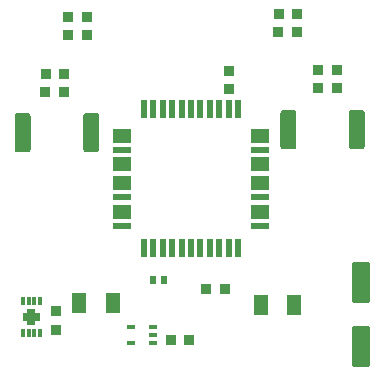
<source format=gtp>
G04 #@! TF.GenerationSoftware,KiCad,Pcbnew,(5.99.0-1251-g6aaee01f1)*
G04 #@! TF.CreationDate,2020-04-08T18:30:41-07:00*
G04 #@! TF.ProjectId,TMC2660_Driver,544d4332-3636-4305-9f44-72697665722e,rev?*
G04 #@! TF.SameCoordinates,PX67f3540PY6cb8080*
G04 #@! TF.FileFunction,Paste,Top*
G04 #@! TF.FilePolarity,Positive*
%FSLAX46Y46*%
G04 Gerber Fmt 4.6, Leading zero omitted, Abs format (unit mm)*
G04 Created by KiCad (PCBNEW (5.99.0-1251-g6aaee01f1)) date 2020-04-08 18:30:41*
%MOMM*%
%LPD*%
G01*
G04 APERTURE LIST*
%ADD10R,0.650000X0.700000*%
%ADD11R,0.500000X0.700000*%
%ADD12R,0.700000X1.400000*%
%ADD13R,0.300000X0.680000*%
%ADD14R,0.950000X0.875000*%
%ADD15R,0.650000X0.400000*%
%ADD16R,0.875000X0.950000*%
%ADD17R,1.600000X0.500000*%
%ADD18R,1.600000X1.300000*%
%ADD19R,0.500000X1.600000*%
%ADD20R,0.590000X0.640000*%
%ADD21R,1.250000X1.750000*%
G04 APERTURE END LIST*
G36*
G01*
X33050000Y13450000D02*
X31950000Y13450000D01*
G75*
G02*
X31700000Y13700000I0J250000D01*
G01*
X31700000Y16700000D01*
G75*
G02*
X31950000Y16950000I250000J0D01*
G01*
X33050000Y16950000D01*
G75*
G02*
X33300000Y16700000I0J-250000D01*
G01*
X33300000Y13700000D01*
G75*
G02*
X33050000Y13450000I-250000J0D01*
G01*
G37*
G36*
G01*
X33050000Y8050000D02*
X31950000Y8050000D01*
G75*
G02*
X31700000Y8300000I0J250000D01*
G01*
X31700000Y11300000D01*
G75*
G02*
X31950000Y11550000I250000J0D01*
G01*
X33050000Y11550000D01*
G75*
G02*
X33300000Y11300000I0J-250000D01*
G01*
X33300000Y8300000D01*
G75*
G02*
X33050000Y8050000I-250000J0D01*
G01*
G37*
D10*
X4200000Y12300000D03*
D11*
X5100000Y12300000D03*
D12*
X4600000Y12300000D03*
D13*
X3850000Y10940000D03*
X4350000Y10940000D03*
X4850000Y10940000D03*
X5350000Y10940000D03*
X3850000Y13660000D03*
X4350000Y13660000D03*
X4850000Y13660000D03*
X5350000Y13660000D03*
D14*
X6700000Y12787500D03*
X6700000Y11212500D03*
G36*
G01*
X31475000Y26722999D02*
X31475000Y29573001D01*
G75*
G02*
X31724999Y29823000I249999J0D01*
G01*
X32575001Y29823000D01*
G75*
G02*
X32825000Y29573001I0J-249999D01*
G01*
X32825000Y26722999D01*
G75*
G02*
X32575001Y26473000I-249999J0D01*
G01*
X31724999Y26473000D01*
G75*
G02*
X31475000Y26722999I0J249999D01*
G01*
G37*
G36*
G01*
X25675000Y26722999D02*
X25675000Y29573001D01*
G75*
G02*
X25924999Y29823000I249999J0D01*
G01*
X26775001Y29823000D01*
G75*
G02*
X27025000Y29573001I0J-249999D01*
G01*
X27025000Y26722999D01*
G75*
G02*
X26775001Y26473000I-249999J0D01*
G01*
X25924999Y26473000D01*
G75*
G02*
X25675000Y26722999I0J249999D01*
G01*
G37*
G36*
G01*
X4525000Y29319001D02*
X4525000Y26468999D01*
G75*
G02*
X4275001Y26219000I-249999J0D01*
G01*
X3424999Y26219000D01*
G75*
G02*
X3175000Y26468999I0J249999D01*
G01*
X3175000Y29319001D01*
G75*
G02*
X3424999Y29569000I249999J0D01*
G01*
X4275001Y29569000D01*
G75*
G02*
X4525000Y29319001I0J-249999D01*
G01*
G37*
G36*
G01*
X10325000Y29319001D02*
X10325000Y26468999D01*
G75*
G02*
X10075001Y26219000I-249999J0D01*
G01*
X9224999Y26219000D01*
G75*
G02*
X8975000Y26468999I0J249999D01*
G01*
X8975000Y29319001D01*
G75*
G02*
X9224999Y29569000I249999J0D01*
G01*
X10075001Y29569000D01*
G75*
G02*
X10325000Y29319001I0J-249999D01*
G01*
G37*
D15*
X12986000Y10099000D03*
X12986000Y11399000D03*
X14886000Y10749000D03*
X14886000Y11399000D03*
X14886000Y10099000D03*
D16*
X16399700Y10368000D03*
X17974700Y10368000D03*
D17*
X23951600Y20007800D03*
D18*
X23951600Y21207800D03*
X23951600Y23607800D03*
X23951600Y25207800D03*
X23951600Y27607800D03*
X12251600Y27607800D03*
X12251600Y25207800D03*
X12251600Y23607800D03*
X12251600Y21207800D03*
D17*
X23951600Y22407800D03*
X23951600Y26407800D03*
X12251600Y26407800D03*
X12251600Y22407800D03*
X12251600Y20007800D03*
D19*
X22101600Y29857800D03*
X21301600Y29857800D03*
X20501600Y29857800D03*
X19701600Y29857800D03*
X18901600Y29857800D03*
X18101600Y29857800D03*
X17301600Y29857800D03*
X16501600Y29857800D03*
X15701600Y29857800D03*
X14901600Y29857800D03*
X14101600Y29857800D03*
X14101600Y18157800D03*
X14901600Y18157800D03*
X15701600Y18157800D03*
X16501600Y18157800D03*
X17301600Y18157800D03*
X18101600Y18157800D03*
X18901600Y18157800D03*
X19701600Y18157800D03*
X20501600Y18157800D03*
X21301600Y18157800D03*
X22101600Y18157800D03*
D16*
X28871000Y31704000D03*
X30446000Y31704000D03*
X7357500Y31323000D03*
X5782500Y31323000D03*
X28896500Y33228000D03*
X30471500Y33228000D03*
X7687400Y36123600D03*
X9262400Y36123600D03*
X7687400Y37723800D03*
X9262400Y37723800D03*
X27118600Y37927000D03*
X25543600Y37927000D03*
X27068000Y36403000D03*
X25493000Y36403000D03*
X7383000Y32847000D03*
X5808000Y32847000D03*
X19371500Y14686000D03*
X20946500Y14686000D03*
D14*
X21302000Y33126500D03*
X21302000Y31551500D03*
D20*
X15818000Y15448000D03*
X14848000Y15448000D03*
D21*
X11459500Y13479500D03*
X8659500Y13479500D03*
X24042200Y13314400D03*
X26842200Y13314400D03*
M02*

</source>
